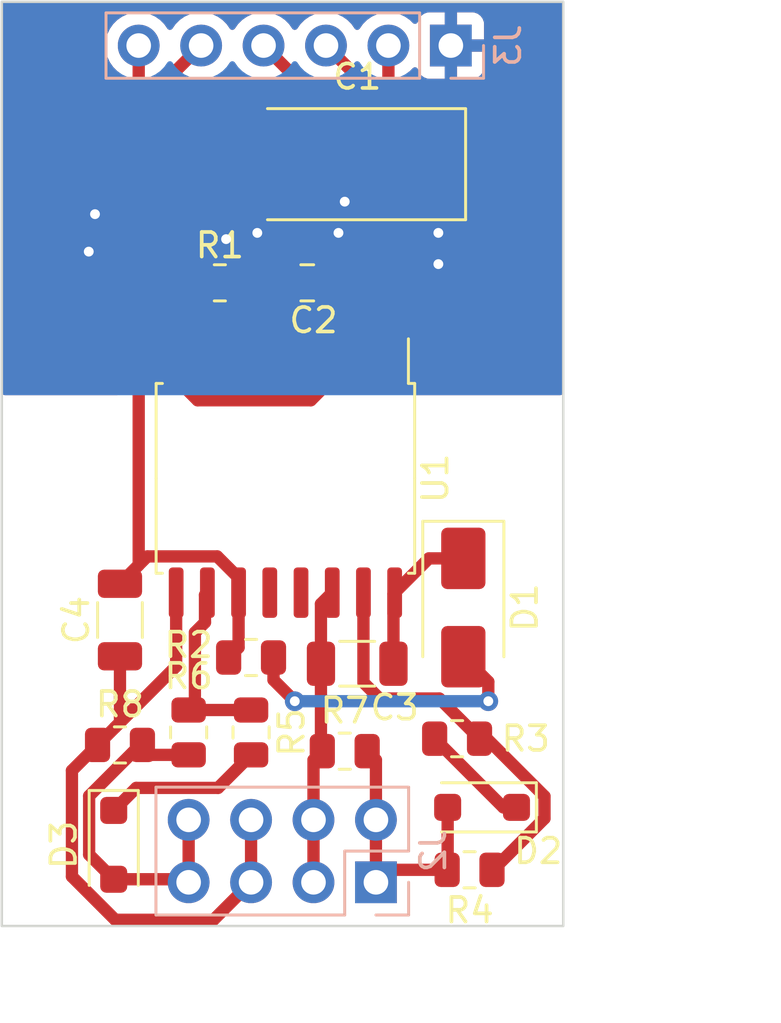
<source format=kicad_pcb>
(kicad_pcb (version 20221018) (generator pcbnew)
  (layers (0 "F.Cu" signal) (31 "B.Cu" signal) (34 "B.Paste" user) (35 "F.Paste" user) (36 "B.SilkS" user "B.Silkscreen") (37 "F.SilkS" user "F.Silkscreen") (38 "B.Mask" user) (39 "F.Mask" user) (44 "Edge.Cuts" user))
  (net 0 "")
  (net 1 "GND")
  (net 2 "+3.3V")
  (net 3 "Net-(U1-DT)")
  (net 4 "Net-(D1-K)")
  (net 5 "/PHASE")
  (net 6 "+15V")
  (net 7 "/CSR_P")
  (net 8 "Net-(D1-A)")
  (net 9 "Net-(D2-K)")
  (net 10 "/PH")
  (net 11 "Net-(D3-K)")
  (net 12 "/PL")
  (net 13 "Net-(U1-OutA)")
  (net 14 "Net-(U1-OutB)")
  (net 15 "/H")
  (net 16 "/L")
  (net 17 "/DISABLE")
  (footprint "Diode_SMD:D_SOD-123F" (layer "F.Cu") (at 125.222 121.412 -90)
    (fp_text reference "D3" (at 0 2.032 90) (layer "F.SilkS"))
    (fp_text value "DSS34")
    (fp_line (start -2.21 -1) (end -2.21 1) (stroke (width 0.12)) (layer "F.SilkS"))
    (fp_line (start -2.21 -1) (end 1.65 -1) (stroke (width 0.12)) (layer "F.SilkS"))
    (fp_line (start -2.21 1) (end 1.65 1) (stroke (width 0.12)) (layer "F.SilkS"))
    (pad "1" smd roundrect (at -1.4 0 270) (size 1.1 1.1) (layers "F.Cu" "F.Paste" "F.Mask") (roundrect_rratio 0.2272727273) (net 11 "Net-(D3-K)"))
    (pad "2" smd roundrect (at 1.4 0 270) (size 1.1 1.1) (layers "F.Cu" "F.Paste" "F.Mask") (roundrect_rratio 0.2272727273) (net 12 "/PL"))
  )
  (footprint "Capacitor_SMD:C_0805_2012Metric" (layer "F.Cu") (at 133.096 98.552)
    (fp_text reference "C2" (at 0.254 1.524) (layer "F.SilkS"))
    (fp_text value "100n")
    (fp_line (start -0.261252 -0.735) (end 0.261252 -0.735) (stroke (width 0.12)) (layer "F.SilkS"))
    (fp_line (start -0.261252 0.735) (end 0.261252 0.735) (stroke (width 0.12)) (layer "F.SilkS"))
    (pad "1" smd roundrect (at -0.95 0) (size 1 1.45) (layers "F.Cu" "F.Paste" "F.Mask") (net 3 "Net-(U1-DT)"))
    (pad "2" smd roundrect (at 0.95 0) (size 1 1.45) (layers "F.Cu" "F.Paste" "F.Mask") (net 1 "GND"))
  )
  (footprint "Resistor_SMD:R_0805_2012Metric" (layer "F.Cu") (at 134.62 117.602)
    (fp_text reference "R7" (at 0 -1.65) (layer "F.SilkS"))
    (fp_text value "4.7k")
    (fp_line (start -0.227064 -0.735) (end 0.227064 -0.735) (stroke (width 0.12)) (layer "F.SilkS"))
    (fp_line (start -0.227064 0.735) (end 0.227064 0.735) (stroke (width 0.12)) (layer "F.SilkS"))
    (pad "1" smd roundrect (at -0.9125 0) (size 1.025 1.4) (layers "F.Cu" "F.Paste" "F.Mask") (roundrect_rratio 0.243902) (net 5 "/PHASE"))
    (pad "2" smd roundrect (at 0.9125 0) (size 1.025 1.4) (layers "F.Cu" "F.Paste" "F.Mask") (roundrect_rratio 0.243902) (net 10 "/PH"))
  )
  (footprint "Capacitor_Tantalum_SMD:CP_EIA-7343-31_Kemet-D" (layer "F.Cu") (at 135.128 93.726 180)
    (fp_text reference "C1" (at 0 3.556) (layer "F.SilkS"))
    (fp_text value "47u 25v Tant")
    (fp_line (start -4.41 -2.26) (end -4.41 2.26) (stroke (width 0.12)) (layer "F.SilkS"))
    (fp_line (start -4.41 2.26) (end 3.65 2.26) (stroke (width 0.12)) (layer "F.SilkS"))
    (fp_line (start 3.65 -2.26) (end -4.41 -2.26) (stroke (width 0.12)) (layer "F.SilkS"))
    (pad "1" smd roundrect (at -3.1125 0 180) (size 2.075 2.55) (layers "F.Cu" "F.Paste" "F.Mask") (roundrect_rratio 0.120482) (net 1 "GND"))
    (pad "2" smd roundrect (at 3.1125 0 180) (size 2.075 2.55) (layers "F.Cu" "F.Paste" "F.Mask") (roundrect_rratio 0.120482) (net 2 "+3.3V"))
  )
  (footprint "Resistor_SMD:R_0805_2012Metric" (layer "F.Cu") (at 125.476 117.348)
    (fp_text reference "R8" (at 0 -1.65) (layer "F.SilkS"))
    (fp_text value "4.7k")
    (fp_line (start -0.227064 -0.735) (end 0.227064 -0.735) (stroke (width 0.12)) (layer "F.SilkS"))
    (fp_line (start -0.227064 0.735) (end 0.227064 0.735) (stroke (width 0.12)) (layer "F.SilkS"))
    (pad "1" smd roundrect (at -0.9125 0) (size 1.025 1.4) (layers "F.Cu" "F.Paste" "F.Mask") (roundrect_rratio 0.243902) (net 7 "/CSR_P"))
    (pad "2" smd roundrect (at 0.9125 0) (size 1.025 1.4) (layers "F.Cu" "F.Paste" "F.Mask") (roundrect_rratio 0.243902) (net 12 "/PL"))
  )
  (footprint "Capacitor_SMD:C_1206_3216Metric" (layer "F.Cu") (at 135.128 114.046 180)
    (fp_text reference "C3" (at -1.524 -1.778 180) (layer "F.SilkS"))
    (fp_text value "4.7u 50v")
    (fp_line (start -0.711252 -0.91) (end 0.711252 -0.91) (stroke (width 0.12)) (layer "F.SilkS"))
    (fp_line (start -0.711252 0.91) (end 0.711252 0.91) (stroke (width 0.12)) (layer "F.SilkS"))
    (pad "1" smd roundrect (at -1.475 0 180) (size 1.15 1.8) (layers "F.Cu" "F.Paste" "F.Mask") (roundrect_rratio 0.217391) (net 4 "Net-(D1-K)"))
    (pad "2" smd roundrect (at 1.475 0 180) (size 1.15 1.8) (layers "F.Cu" "F.Paste" "F.Mask") (roundrect_rratio 0.217391) (net 5 "/PHASE"))
  )
  (footprint "Package_SO:SOIC-16W_7.5x10.3mm_P1.27mm" (layer "F.Cu") (at 132.207 106.504 -90)
    (fp_text reference "U1" (at 0 -6.1 90) (layer "F.SilkS"))
    (fp_text value "NCD57252DWR2G")
    (fp_line (start -3.86 -5.26) (end -3.86 -5.005) (stroke (width 0.12)) (layer "F.SilkS"))
    (fp_line (start -3.86 -5.005) (end -5.675 -5.005) (stroke (width 0.12)) (layer "F.SilkS"))
    (fp_line (start -3.86 5.26) (end -3.86 5.005) (stroke (width 0.12)) (layer "F.SilkS"))
    (fp_line (start 0 -5.26) (end -3.86 -5.26) (stroke (width 0.12)) (layer "F.SilkS"))
    (fp_line (start 0 -5.26) (end 3.86 -5.26) (stroke (width 0.12)) (layer "F.SilkS"))
    (fp_line (start 0 5.26) (end -3.86 5.26) (stroke (width 0.12)) (layer "F.SilkS"))
    (fp_line (start 0 5.26) (end 3.86 5.26) (stroke (width 0.12)) (layer "F.SilkS"))
    (fp_line (start 3.86 -5.26) (end 3.86 -5.005) (stroke (width 0.12)) (layer "F.SilkS"))
    (fp_line (start 3.86 5.26) (end 3.86 5.005) (stroke (width 0.12)) (layer "F.SilkS"))
    (pad "1" smd roundrect (at -4.65 -4.445 270) (size 2.05 0.6) (layers "F.Cu" "F.Paste" "F.Mask") (net 15 "/H"))
    (pad "2" smd roundrect (at -4.65 -3.175 270) (size 2.05 0.6) (layers "F.Cu" "F.Paste" "F.Mask") (net 16 "/L"))
    (pad "3" smd roundrect (at -4.65 -1.905 270) (size 2.05 0.6) (layers "F.Cu" "F.Paste" "F.Mask") (net 2 "+3.3V"))
    (pad "4" smd roundrect (at -4.65 -0.635 270) (size 2.05 0.6) (layers "F.Cu" "F.Paste" "F.Mask") (net 1 "GND"))
    (pad "5" smd roundrect (at -4.65 0.635 270) (size 2.05 0.6) (layers "F.Cu" "F.Paste" "F.Mask") (net 17 "/DISABLE"))
    (pad "6" smd roundrect (at -4.65 1.905 270) (size 2.05 0.6) (layers "F.Cu" "F.Paste" "F.Mask") (net 3 "Net-(U1-DT)"))
    (pad "7" smd roundrect (at -4.65 3.175 270) (size 2.05 0.6) (layers "F.Cu" "F.Paste" "F.Mask") (net 1 "GND"))
    (pad "8" smd roundrect (at -4.65 4.445 270) (size 2.05 0.6) (layers "F.Cu" "F.Paste" "F.Mask") (net 2 "+3.3V"))
    (pad "9" smd roundrect (at 4.65 4.445 270) (size 2.05 0.6) (layers "F.Cu" "F.Paste" "F.Mask") (net 7 "/CSR_P"))
    (pad "10" smd roundrect (at 4.65 3.175 270) (size 2.05 0.6) (layers "F.Cu" "F.Paste" "F.Mask") (net 14 "Net-(U1-OutB)"))
    (pad "11" smd roundrect (at 4.65 1.905 270) (size 2.05 0.6) (layers "F.Cu" "F.Paste" "F.Mask") (net 6 "+15V"))
    (pad "12" smd roundrect (at 4.65 0.635 270) (size 2.05 0.6) (layers "F.Cu" "F.Paste" "F.Mask"))
    (pad "13" smd roundrect (at 4.65 -0.635 270) (size 2.05 0.6) (layers "F.Cu" "F.Paste" "F.Mask"))
    (pad "14" smd roundrect (at 4.65 -1.905 270) (size 2.05 0.6) (layers "F.Cu" "F.Paste" "F.Mask") (net 5 "/PHASE"))
    (pad "15" smd roundrect (at 4.65 -3.175 270) (size 2.05 0.6) (layers "F.Cu" "F.Paste" "F.Mask") (net 13 "Net-(U1-OutA)"))
    (pad "16" smd roundrect (at 4.65 -4.445 270) (size 2.05 0.6) (layers "F.Cu" "F.Paste" "F.Mask") (net 4 "Net-(D1-K)"))
  )
  (footprint "Diode_SMD:D_SOD-123F" (layer "F.Cu") (at 140.208 119.888 180)
    (fp_text reference "D2" (at -2.286 -1.778) (layer "F.SilkS"))
    (fp_text value "DSS34")
    (fp_line (start -2.21 -1) (end -2.21 1) (stroke (width 0.12)) (layer "F.SilkS"))
    (fp_line (start -2.21 -1) (end 1.65 -1) (stroke (width 0.12)) (layer "F.SilkS"))
    (fp_line (start -2.21 1) (end 1.65 1) (stroke (width 0.12)) (layer "F.SilkS"))
    (pad "1" smd roundrect (at -1.4 0 180) (size 1.1 1.1) (layers "F.Cu" "F.Paste" "F.Mask") (roundrect_rratio 0.2272727273) (net 9 "Net-(D2-K)"))
    (pad "2" smd roundrect (at 1.4 0 180) (size 1.1 1.1) (layers "F.Cu" "F.Paste" "F.Mask") (roundrect_rratio 0.2272727273) (net 10 "/PH"))
  )
  (footprint "Resistor_SMD:R_0805_2012Metric" (layer "F.Cu") (at 139.192 117.094 180)
    (fp_text reference "R3" (at -2.794 0) (layer "F.SilkS"))
    (fp_text value "2r2")
    (fp_line (start -0.227064 -0.735) (end 0.227064 -0.735) (stroke (width 0.12)) (layer "F.SilkS"))
    (fp_line (start -0.227064 0.735) (end 0.227064 0.735) (stroke (width 0.12)) (layer "F.SilkS"))
    (pad "1" smd roundrect (at -0.9125 0 180) (size 1.025 1.4) (layers "F.Cu" "F.Paste" "F.Mask") (roundrect_rratio 0.243902) (net 13 "Net-(U1-OutA)"))
    (pad "2" smd roundrect (at 0.9125 0 180) (size 1.025 1.4) (layers "F.Cu" "F.Paste" "F.Mask") (roundrect_rratio 0.243902) (net 9 "Net-(D2-K)"))
  )
  (footprint "Resistor_SMD:R_0805_2012Metric" (layer "F.Cu") (at 129.54 98.552 180)
    (fp_text reference "R1" (at 0 1.524) (layer "F.SilkS"))
    (fp_text value "20k")
    (fp_line (start -0.227064 -0.735) (end 0.227064 -0.735) (stroke (width 0.12)) (layer "F.SilkS"))
    (fp_line (start -0.227064 0.735) (end 0.227064 0.735) (stroke (width 0.12)) (layer "F.SilkS"))
    (pad "1" smd roundrect (at -0.9125 0 180) (size 1.025 1.4) (layers "F.Cu" "F.Paste" "F.Mask") (roundrect_rratio 0.243902) (net 3 "Net-(U1-DT)"))
    (pad "2" smd roundrect (at 0.9125 0 180) (size 1.025 1.4) (layers "F.Cu" "F.Paste" "F.Mask") (roundrect_rratio 0.243902) (net 1 "GND"))
  )
  (footprint "Resistor_SMD:R_0805_2012Metric" (layer "F.Cu") (at 130.81 113.792)
    (fp_text reference "R2" (at -2.54 -0.508) (layer "F.SilkS"))
    (fp_text value "2r2")
    (fp_line (start -0.227064 -0.735) (end 0.227064 -0.735) (stroke (width 0.12)) (layer "F.SilkS"))
    (fp_line (start -0.227064 0.735) (end 0.227064 0.735) (stroke (width 0.12)) (layer "F.SilkS"))
    (pad "1" smd roundrect (at -0.9125 0) (size 1.025 1.4) (layers "F.Cu" "F.Paste" "F.Mask") (roundrect_rratio 0.243902) (net 6 "+15V"))
    (pad "2" smd roundrect (at 0.9125 0) (size 1.025 1.4) (layers "F.Cu" "F.Paste" "F.Mask") (roundrect_rratio 0.243902) (net 8 "Net-(D1-A)"))
  )
  (footprint "Resistor_SMD:R_0805_2012Metric" (layer "F.Cu") (at 128.27 116.84 -90)
    (fp_text reference "R6" (at -2.286 0 -180) (layer "F.SilkS"))
    (fp_text value "2r2")
    (fp_line (start -0.227064 -0.735) (end 0.227064 -0.735) (stroke (width 0.12)) (layer "F.SilkS"))
    (fp_line (start -0.227064 0.735) (end 0.227064 0.735) (stroke (width 0.12)) (layer "F.SilkS"))
    (pad "1" smd roundrect (at -0.9125 0 270) (size 1.025 1.4) (layers "F.Cu" "F.Paste" "F.Mask") (roundrect_rratio 0.243902) (net 14 "Net-(U1-OutB)"))
    (pad "2" smd roundrect (at 0.9125 0 270) (size 1.025 1.4) (layers "F.Cu" "F.Paste" "F.Mask") (roundrect_rratio 0.243902) (net 12 "/PL"))
  )
  (footprint "Diode_SMD:D_SMA" (layer "F.Cu") (at 139.446 111.76 -90)
    (fp_text reference "D1" (at 0 -2.5 90) (layer "F.SilkS"))
    (fp_text value "SS520F")
    (fp_line (start -3.51 -1.65) (end -3.51 1.65) (stroke (width 0.12)) (layer "F.SilkS"))
    (fp_line (start -3.51 -1.65) (end 2 -1.65) (stroke (width 0.12)) (layer "F.SilkS"))
    (fp_line (start -3.51 1.65) (end 2 1.65) (stroke (width 0.12)) (layer "F.SilkS"))
    (pad "1" smd roundrect (at -2 0 270) (size 2.5 1.8) (layers "F.Cu" "F.Paste" "F.Mask") (roundrect_rratio 0.1388888889) (net 4 "Net-(D1-K)"))
    (pad "2" smd roundrect (at 2 0 270) (size 2.5 1.8) (layers "F.Cu" "F.Paste" "F.Mask") (roundrect_rratio 0.1388888889) (net 8 "Net-(D1-A)"))
  )
  (footprint "Resistor_SMD:R_0805_2012Metric" (layer "F.Cu") (at 139.7 122.428 180)
    (fp_text reference "R4" (at 0 -1.65) (layer "F.SilkS"))
    (fp_text value "2r2")
    (fp_line (start -0.227064 -0.735) (end 0.227064 -0.735) (stroke (width 0.12)) (layer "F.SilkS"))
    (fp_line (start -0.227064 0.735) (end 0.227064 0.735) (stroke (width 0.12)) (layer "F.SilkS"))
    (pad "1" smd roundrect (at -0.9125 0 180) (size 1.025 1.4) (layers "F.Cu" "F.Paste" "F.Mask") (roundrect_rratio 0.243902) (net 13 "Net-(U1-OutA)"))
    (pad "2" smd roundrect (at 0.9125 0 180) (size 1.025 1.4) (layers "F.Cu" "F.Paste" "F.Mask") (roundrect_rratio 0.243902) (net 10 "/PH"))
  )
  (footprint "Resistor_SMD:R_0805_2012Metric" (layer "F.Cu") (at 130.81 116.84 -90)
    (fp_text reference "R5" (at 0 -1.65 90) (layer "F.SilkS"))
    (fp_text value "2r2")
    (fp_line (start -0.227064 -0.735) (end 0.227064 -0.735) (stroke (width 0.12)) (layer "F.SilkS"))
    (fp_line (start -0.227064 0.735) (end 0.227064 0.735) (stroke (width 0.12)) (layer "F.SilkS"))
    (pad "1" smd roundrect (at -0.9125 0 270) (size 1.025 1.4) (layers "F.Cu" "F.Paste" "F.Mask") (roundrect_rratio 0.243902) (net 14 "Net-(U1-OutB)"))
    (pad "2" smd roundrect (at 0.9125 0 270) (size 1.025 1.4) (layers "F.Cu" "F.Paste" "F.Mask") (roundrect_rratio 0.243902) (net 11 "Net-(D3-K)"))
  )
  (footprint "Capacitor_SMD:C_1206_3216Metric" (layer "F.Cu") (at 125.476 112.268 -90)
    (fp_text reference "C4" (at 0 1.778 90) (layer "F.SilkS"))
    (fp_text value "4.7u 50v")
    (fp_line (start -0.711252 -0.91) (end 0.711252 -0.91) (stroke (width 0.12)) (layer "F.SilkS"))
    (fp_line (start -0.711252 0.91) (end 0.711252 0.91) (stroke (width 0.12)) (layer "F.SilkS"))
    (pad "1" smd roundrect (at -1.475 0 270) (size 1.15 1.8) (layers "F.Cu" "F.Paste" "F.Mask") (roundrect_rratio 0.217391) (net 6 "+15V"))
    (pad "2" smd roundrect (at 1.475 0 270) (size 1.15 1.8) (layers "F.Cu" "F.Paste" "F.Mask") (roundrect_rratio 0.217391) (net 7 "/CSR_P"))
  )
  (footprint "Connector_PinHeader_2.54mm:PinHeader_2x04_P2.54mm_Vertical" (layer "B.Cu") (at 135.89 122.936 90)
    (fp_text reference "J2" (at 1.27 2.33 90) (layer "B.SilkS") (effects (justify mirror)))
    (fp_text value "Output")
    (fp_line (start -1.33 -8.95) (end 3.87 -8.95) (stroke (width 0.12)) (layer "B.SilkS"))
    (fp_line (start -1.33 -1.27) (end -1.33 -8.95) (stroke (width 0.12)) (layer "B.SilkS"))
    (fp_line (start -1.33 -1.27) (end 1.27 -1.27) (stroke (width 0.12)) (layer "B.SilkS"))
    (fp_line (start -1.33 0) (end -1.33 1.33) (stroke (width 0.12)) (layer "B.SilkS"))
    (fp_line (start -1.33 1.33) (end 0 1.33) (stroke (width 0.12)) (layer "B.SilkS"))
    (fp_line (start 1.27 -1.27) (end 1.27 1.33) (stroke (width 0.12)) (layer "B.SilkS"))
    (fp_line (start 1.27 1.33) (end 3.87 1.33) (stroke (width 0.12)) (layer "B.SilkS"))
    (fp_line (start 3.87 1.33) (end 3.87 -8.95) (stroke (width 0.12)) (layer "B.SilkS"))
    (pad "1" thru_hole rect (at 0 0 90) (size 1.7 1.7) (drill 1) (layers "*.Cu" "*.Mask") (net 10 "/PH"))
    (pad "2" thru_hole oval (at 2.54 0 90) (size 1.7 1.7) (drill 1) (layers "*.Cu" "*.Mask") (net 10 "/PH"))
    (pad "3" thru_hole oval (at 0 -2.54 90) (size 1.7 1.7) (drill 1) (layers "*.Cu" "*.Mask") (net 5 "/PHASE"))
    (pad "4" thru_hole oval (at 2.54 -2.54 90) (size 1.7 1.7) (drill 1) (layers "*.Cu" "*.Mask") (net 5 "/PHASE"))
    (pad "5" thru_hole oval (at 0 -5.08 90) (size 1.7 1.7) (drill 1) (layers "*.Cu" "*.Mask") (net 7 "/CSR_P"))
    (pad "6" thru_hole oval (at 2.54 -5.08 90) (size 1.7 1.7) (drill 1) (layers "*.Cu" "*.Mask") (net 7 "/CSR_P"))
    (pad "7" thru_hole oval (at 0 -7.62 90) (size 1.7 1.7) (drill 1) (layers "*.Cu" "*.Mask") (net 12 "/PL"))
    (pad "8" thru_hole oval (at 2.54 -7.62 90) (size 1.7 1.7) (drill 1) (layers "*.Cu" "*.Mask") (net 12 "/PL"))
  )
  (footprint "Connector_PinHeader_2.54mm:PinHeader_1x06_P2.54mm_Vertical" (layer "B.Cu") (at 138.938 88.9 90)
    (fp_text reference "J3" (at 0 2.33 90) (layer "B.SilkS") (effects (justify mirror)))
    (fp_text value "Input")
    (fp_line (start -1.33 -14.03) (end 1.33 -14.03) (stroke (width 0.12)) (layer "B.SilkS"))
    (fp_line (start -1.33 -1.27) (end -1.33 -14.03) (stroke (width 0.12)) (layer "B.SilkS"))
    (fp_line (start -1.33 -1.27) (end 1.33 -1.27) (stroke (width 0.12)) (layer "B.SilkS"))
    (fp_line (start -1.33 0) (end -1.33 1.33) (stroke (width 0.12)) (layer "B.SilkS"))
    (fp_line (start -1.33 1.33) (end 0 1.33) (stroke (width 0.12)) (layer "B.SilkS"))
    (fp_line (start 1.33 -1.27) (end 1.33 -14.03) (stroke (width 0.12)) (layer "B.SilkS"))
    (pad "1" thru_hole rect (at 0 0 90) (size 1.7 1.7) (drill 1) (layers "*.Cu" "*.Mask") (net 1 "GND"))
    (pad "2" thru_hole oval (at 0 -2.54 90) (size 1.7 1.7) (drill 1) (layers "*.Cu" "*.Mask") (net 15 "/H"))
    (pad "3" thru_hole oval (at 0 -5.08 90) (size 1.7 1.7) (drill 1) (layers "*.Cu" "*.Mask") (net 16 "/L"))
    (pad "4" thru_hole oval (at 0 -7.62 90) (size 1.7 1.7) (drill 1) (layers "*.Cu" "*.Mask") (net 17 "/DISABLE"))
    (pad "5" thru_hole oval (at 0 -10.16 90) (size 1.7 1.7) (drill 1) (layers "*.Cu" "*.Mask") (net 2 "+3.3V"))
    (pad "6" thru_hole oval (at 0 -12.7 90) (size 1.7 1.7) (drill 1) (layers "*.Cu" "*.Mask") (net 6 "+15V"))
  )
  (gr_rect (start 120.67 87.122) (end 143.51 124.714) (stroke (width 0.1)) (fill none) (layer "Edge.Cuts"))
  (segment (start 129.032 101.854) (end 129.032 100.584) (width 0.5) (layer "F.Cu") (net 1))
  (segment (start 129.032 100.584) (end 128.524 100.076) (width 0.5) (layer "F.Cu") (net 1))
  (segment (start 128.524 100.076) (end 128.524 98.6555) (width 0.5) (layer "F.Cu") (net 1))
  (segment (start 132.842 101.854) (end 132.842 101.250472) (width 0.5) (layer "F.Cu") (net 1))
  (segment (start 132.842 101.250472) (end 134.046 100.046472) (width 0.5) (layer "F.Cu") (net 1))
  (segment (start 128.524 98.6555) (end 128.6275 98.552) (width 0.5) (layer "F.Cu") (net 1))
  (segment (start 134.046 100.046472) (end 134.046 98.552) (width 0.5) (layer "F.Cu") (net 1))
  (via (at 129.794 96.774) (size 0.8) (drill 0.4) (layers "F.Cu" "B.Cu") (net 1))
  (via (at 134.62 95.25) (size 0.8) (drill 0.4) (layers "F.Cu" "B.Cu") (net 1))
  (via (at 134.366 96.52) (size 0.8) (drill 0.4) (layers "F.Cu" "B.Cu") (net 1))
  (via (at 131.064 96.52) (size 0.8) (drill 0.4) (layers "F.Cu" "B.Cu") (net 1))
  (via (at 124.46 95.758) (size 0.8) (drill 0.4) (layers "F.Cu" "B.Cu") (net 1))
  (via (at 138.43 96.52) (size 0.8) (drill 0.4) (layers "F.Cu" "B.Cu") (net 1))
  (via (at 138.43 97.79) (size 0.8) (drill 0.4) (layers "F.Cu" "B.Cu") (net 1))
  (via (at 124.206 97.282) (size 0.8) (drill 0.4) (layers "F.Cu" "B.Cu") (net 1))
  (segment (start 127.762 102.457528) (end 128.633472 103.329) (width 0.5) (layer "F.Cu") (net 2))
  (segment (start 132.0155 93.726) (end 130.81 93.726) (width 0.5) (layer "F.Cu") (net 2))
  (segment (start 127.254 97.282) (end 127.254 90.424) (width 0.5) (layer "F.Cu") (net 2))
  (segment (start 127.254 101.346) (end 127.254 97.282) (width 0.5) (layer "F.Cu") (net 2))
  (segment (start 128.633472 103.329) (end 133.240528 103.329) (width 0.5) (layer "F.Cu") (net 2))
  (segment (start 127.762 101.854) (end 127.254 101.346) (width 0.5) (layer "F.Cu") (net 2))
  (segment (start 134.112 102.457528) (end 134.112 101.854) (width 0.5) (layer "F.Cu") (net 2))
  (segment (start 127.254 90.424) (end 128.778 88.9) (width 0.5) (layer "F.Cu") (net 2))
  (segment (start 130.81 93.726) (end 127.254 97.282) (width 0.5) (layer "F.Cu") (net 2))
  (segment (start 133.240528 103.329) (end 134.112 102.457528) (width 0.5) (layer "F.Cu") (net 2))
  (segment (start 127.762 101.854) (end 127.762 102.457528) (width 0.5) (layer "F.Cu") (net 2))
  (segment (start 130.302 101.854) (end 130.302 98.7025) (width 0.5) (layer "F.Cu") (net 3))
  (segment (start 130.4525 98.552) (end 132.146 98.552) (width 0.5) (layer "F.Cu") (net 3))
  (segment (start 136.603 114.046) (end 136.603 111.203) (width 0.5) (layer "F.Cu") (net 4))
  (segment (start 138.046 109.76) (end 136.652 111.154) (width 0.5) (layer "F.Cu") (net 4))
  (segment (start 139.446 109.76) (end 138.046 109.76) (width 0.5) (layer "F.Cu") (net 4))
  (segment (start 136.603 111.203) (end 136.652 111.154) (width 0.5) (layer "F.Cu") (net 4))
  (segment (start 133.653 117.5475) (end 133.7075 117.602) (width 0.5) (layer "F.Cu") (net 5))
  (segment (start 133.653 114.046) (end 133.653 117.5475) (width 0.5) (layer "F.Cu") (net 5))
  (segment (start 133.653 114.046) (end 133.653 111.613) (width 0.5) (layer "F.Cu") (net 5))
  (segment (start 133.35 122.936) (end 133.35 120.396) (width 0.5) (layer "F.Cu") (net 5))
  (segment (start 133.35 117.9595) (end 133.7075 117.602) (width 0.5) (layer "F.Cu") (net 5))
  (segment (start 133.653 111.613) (end 134.112 111.154) (width 0.5) (layer "F.Cu") (net 5))
  (segment (start 133.35 120.396) (end 133.35 117.9595) (width 0.5) (layer "F.Cu") (net 5))
  (segment (start 130.302 110.550472) (end 130.302 111.154) (width 0.5) (layer "F.Cu") (net 6))
  (segment (start 125.476 110.793) (end 126.59 109.679) (width 0.5) (layer "F.Cu") (net 6))
  (segment (start 129.430528 109.679) (end 130.302 110.550472) (width 0.5) (layer "F.Cu") (net 6))
  (segment (start 125.476 110.793) (end 126.238 110.031) (width 0.5) (layer "F.Cu") (net 6))
  (segment (start 126.59 109.679) (end 129.430528 109.679) (width 0.5) (layer "F.Cu") (net 6))
  (segment (start 126.238 110.031) (end 126.238 88.9) (width 0.5) (layer "F.Cu") (net 6))
  (segment (start 130.302 113.3875) (end 129.8975 113.792) (width 0.5) (layer "F.Cu") (net 6))
  (segment (start 130.302 111.154) (end 130.302 113.3875) (width 0.5) (layer "F.Cu") (net 6))
  (segment (start 130.81 122.936) (end 130.81 120.396) (width 0.5) (layer "F.Cu") (net 7))
  (segment (start 125.476 113.743) (end 125.476 116.4355) (width 0.5) (layer "F.Cu") (net 7))
  (segment (start 123.522 122.701949) (end 125.280051 124.46) (width 0.5) (layer "F.Cu") (net 7))
  (segment (start 125.476 116.4355) (end 125.27375 116.63775) (width 0.5) (layer "F.Cu") (net 7))
  (segment (start 129.286 124.46) (end 130.81 122.936) (width 0.5) (layer "F.Cu") (net 7))
  (segment (start 127.762 114.1495) (end 125.27375 116.63775) (width 0.5) (layer "F.Cu") (net 7))
  (segment (start 125.27375 116.63775) (end 124.5635 117.348) (width 0.5) (layer "F.Cu") (net 7))
  (segment (start 124.5635 117.348) (end 123.522 118.3895) (width 0.5) (layer "F.Cu") (net 7))
  (segment (start 127.762 111.154) (end 127.762 114.1495) (width 0.5) (layer "F.Cu") (net 7))
  (segment (start 123.522 118.3895) (end 123.522 122.701949) (width 0.5) (layer "F.Cu") (net 7))
  (segment (start 125.280051 124.46) (end 129.286 124.46) (width 0.5) (layer "F.Cu") (net 7))
  (segment (start 131.7225 114.7045) (end 132.588 115.57) (width 0.5) (layer "F.Cu") (net 8))
  (segment (start 131.7225 113.792) (end 131.7225 114.7045) (width 0.5) (layer "F.Cu") (net 8))
  (segment (start 140.462 115.57) (end 140.462 114.776) (width 0.5) (layer "F.Cu") (net 8))
  (segment (start 140.462 114.776) (end 139.446 113.76) (width 0.5) (layer "F.Cu") (net 8))
  (via (at 140.462 115.57) (size 0.8) (drill 0.4) (layers "F.Cu" "B.Cu") (net 8))
  (via (at 132.588 115.57) (size 0.8) (drill 0.4) (layers "F.Cu" "B.Cu") (net 8))
  (segment (start 132.588 115.57) (end 140.462 115.57) (width 0.5) (layer "B.Cu") (net 8))
  (segment (start 141.608 119.888) (end 141.0735 119.888) (width 0.5) (layer "F.Cu") (net 9))
  (segment (start 141.0735 119.888) (end 138.2795 117.094) (width 0.5) (layer "F.Cu") (net 9))
  (segment (start 135.89 120.396) (end 135.89 117.9595) (width 0.5) (layer "F.Cu") (net 10))
  (segment (start 138.7875 122.428) (end 136.398 122.428) (width 0.5) (layer "F.Cu") (net 10))
  (segment (start 135.89 120.396) (end 135.89 122.936) (width 0.5) (layer "F.Cu") (net 10))
  (segment (start 136.398 122.428) (end 135.89 122.936) (width 0.5) (layer "F.Cu") (net 10))
  (segment (start 138.808 119.888) (end 138.808 122.4075) (width 0.5) (layer "F.Cu") (net 10))
  (segment (start 138.808 122.4075) (end 138.7875 122.428) (width 0.5) (layer "F.Cu") (net 10))
  (segment (start 135.89 117.9595) (end 135.5325 117.602) (width 0.5) (layer "F.Cu") (net 10))
  (segment (start 129.4665 119.096) (end 130.81 117.7525) (width 0.5) (layer "F.Cu") (net 11))
  (segment (start 126.138 119.096) (end 129.4665 119.096) (width 0.5) (layer "F.Cu") (net 11))
  (segment (start 125.222 120.012) (end 126.138 119.096) (width 0.5) (layer "F.Cu") (net 11))
  (segment (start 126.793 117.7525) (end 126.3885 117.348) (width 0.5) (layer "F.Cu") (net 12))
  (segment (start 128.146 122.812) (end 128.27 122.936) (width 0.5) (layer "F.Cu") (net 12))
  (segment (start 125.222 122.812) (end 124.222 121.812) (width 0.5) (layer "F.Cu") (net 12))
  (segment (start 126.296051 117.348) (end 126.3885 117.348) (width 0.5) (layer "F.Cu") (net 12))
  (segment (start 128.27 122.936) (end 128.27 120.396) (width 0.5) (layer "F.Cu") (net 12))
  (segment (start 124.222 119.422051) (end 126.296051 117.348) (width 0.5) (layer "F.Cu") (net 12))
  (segment (start 124.222 121.812) (end 124.222 119.422051) (width 0.5) (layer "F.Cu") (net 12))
  (segment (start 128.27 117.7525) (end 126.793 117.7525) (width 0.5) (layer "F.Cu") (net 12))
  (segment (start 125.222 122.812) (end 128.146 122.812) (width 0.5) (layer "F.Cu") (net 12))
  (segment (start 135.382 114.808) (end 135.382 111.154) (width 0.5) (layer "F.Cu") (net 13))
  (segment (start 136.034 115.46) (end 135.382 114.808) (width 0.5) (layer "F.Cu") (net 13))
  (segment (start 138.4705 115.46) (end 136.034 115.46) (width 0.5) (layer "F.Cu") (net 13))
  (segment (start 140.1045 117.094) (end 138.4705 115.46) (width 0.5) (layer "F.Cu") (net 13))
  (segment (start 142.748 120.337949) (end 142.748 119.438051) (width 0.5) (layer "F.Cu") (net 13))
  (segment (start 142.748 119.438051) (end 140.403949 117.094) (width 0.5) (layer "F.Cu") (net 13))
  (segment (start 140.403949 117.094) (end 140.1045 117.094) (width 0.5) (layer "F.Cu") (net 13))
  (segment (start 140.657949 122.428) (end 142.748 120.337949) (width 0.5) (layer "F.Cu") (net 13))
  (segment (start 140.6125 122.428) (end 140.657949 122.428) (width 0.5) (layer "F.Cu") (net 13))
  (segment (start 128.524 112.776) (end 128.524 115.6735) (width 0.5) (layer "F.Cu") (net 14))
  (segment (start 128.524 115.6735) (end 128.27 115.9275) (width 0.5) (layer "F.Cu") (net 14))
  (segment (start 130.81 115.9275) (end 128.27 115.9275) (width 0.5) (layer "F.Cu") (net 14))
  (segment (start 129.032 111.154) (end 128.935 111.251) (width 0.5) (layer "F.Cu") (net 14))
  (segment (start 128.935 111.251) (end 128.935 112.365) (width 0.5) (layer "F.Cu") (net 14))
  (segment (start 128.935 112.365) (end 128.524 112.776) (width 0.5) (layer "F.Cu") (net 14))
  (segment (start 136.652 90.678) (end 136.398 90.424) (width 0.5) (layer "F.Cu") (net 15))
  (segment (start 136.398 90.424) (end 136.398 88.9) (width 0.5) (layer "F.Cu") (net 15))
  (segment (start 136.652 101.854) (end 136.652 90.678) (width 0.5) (layer "F.Cu") (net 15))
  (segment (start 135.583 101.653) (end 135.583 90.625) (width 0.5) (layer "F.Cu") (net 16))
  (segment (start 135.382 101.854) (end 135.583 101.653) (width 0.5) (layer "F.Cu") (net 16))
  (segment (start 135.583 90.625) (end 133.858 88.9) (width 0.5) (layer "F.Cu") (net 16))
  (segment (start 133.096 95.447949) (end 133.604 94.939949) (width 0.5) (layer "F.Cu") (net 17))
  (segment (start 131.572 101.854) (end 131.572 100.840949) (width 0.5) (layer "F.Cu") (net 17))
  (segment (start 131.572 100.840949) (end 133.096 99.316949) (width 0.5) (layer "F.Cu") (net 17))
  (segment (start 133.604 94.939949) (end 133.604 91.186) (width 0.5) (layer "F.Cu") (net 17))
  (segment (start 133.604 91.186) (end 131.318 88.9) (width 0.5) (layer "F.Cu") (net 17))
  (segment (start 133.096 99.316949) (end 133.096 95.447949) (width 0.5) (layer "F.Cu") (net 17))
  (zone (net 1) (net_name "GND") (layers "F&B.Cu") (connect_pads (clearance 0.5)) (min_thickness 0.25) (fill yes (thermal_gap 0.5) (thermal_bridge_width 0.5))
    (polygon (pts (xy 143.51 87.122) (xy 120.65 87.122) (xy 120.65 103.124) (xy 143.51 103.124)))
  )
)
</source>
